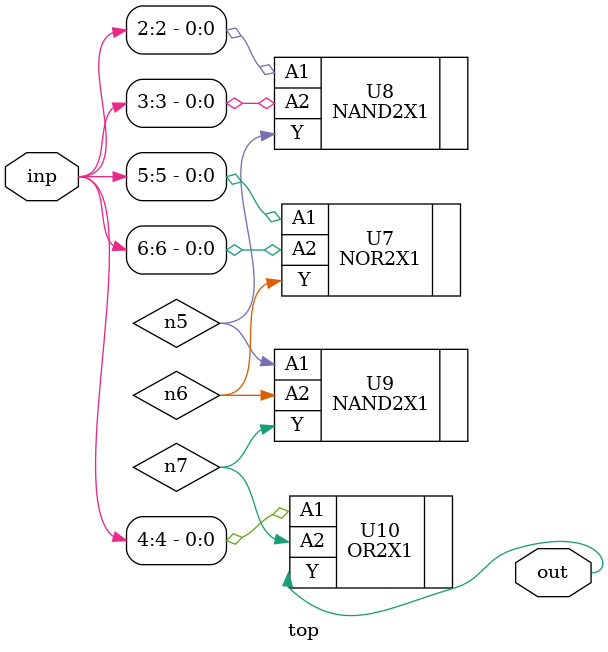
<source format=sv>


module top ( inp, out );
  input [6:0] inp;
  output out;
  wire   n5, n6, n7;

  NOR2X1 U7 ( .A1(inp[5]), .A2(inp[6]), .Y(n6) );
  NAND2X1 U8 ( .A1(inp[2]), .A2(inp[3]), .Y(n5) );
  NAND2X1 U9 ( .A1(n5), .A2(n6), .Y(n7) );
  OR2X1 U10 ( .A1(inp[4]), .A2(n7), .Y(out) );
endmodule


</source>
